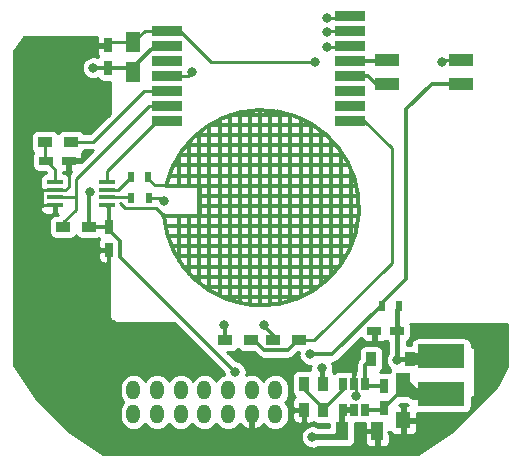
<source format=gtl>
G04 #@! TF.GenerationSoftware,KiCad,Pcbnew,no-vcs-found-e0b9a21~60~ubuntu15.04.1*
G04 #@! TF.CreationDate,2017-10-17T01:04:49+03:00*
G04 #@! TF.ProjectId,livolo_1_channel_1way_eu_switch,6C69766F6C6F5F315F6368616E6E656C,rev?*
G04 #@! TF.SameCoordinates,Original*
G04 #@! TF.FileFunction,Copper,L1,Top,Signal*
G04 #@! TF.FilePolarity,Positive*
%FSLAX46Y46*%
G04 Gerber Fmt 4.6, Leading zero omitted, Abs format (unit mm)*
G04 Created by KiCad (PCBNEW no-vcs-found-e0b9a21~60~ubuntu15.04.1) date Tue Oct 17 01:04:49 2017*
%MOMM*%
%LPD*%
G01*
G04 APERTURE LIST*
%ADD10C,0.300000*%
%ADD11O,1.200000X1.600000*%
%ADD12R,2.000000X1.000000*%
%ADD13R,2.500000X0.812800*%
%ADD14R,4.000000X2.000000*%
%ADD15R,1.200000X2.000000*%
%ADD16R,1.200000X1.400000*%
%ADD17R,0.900000X1.200000*%
%ADD18R,0.650000X1.060000*%
%ADD19R,1.200000X0.750000*%
%ADD20R,0.750000X1.200000*%
%ADD21R,1.200000X0.900000*%
%ADD22R,0.500000X0.900000*%
%ADD23R,1.260000X1.750000*%
%ADD24R,1.000000X1.600000*%
%ADD25R,1.450000X0.450000*%
%ADD26C,0.500000*%
%ADD27C,0.800000*%
%ADD28C,0.250000*%
%ADD29C,0.450000*%
%ADD30C,1.000000*%
%ADD31C,0.500000*%
%ADD32C,0.254000*%
G04 APERTURE END LIST*
D10*
X134230279Y-92792715D02*
G75*
G03X134428298Y-90167186I8241357J698663D01*
G01*
X134380381Y-93650747D02*
X150555474Y-93650747D01*
X150082330Y-95287774D02*
X150082330Y-88905448D01*
X138084694Y-99070550D02*
X138084694Y-85110009D01*
X145800250Y-99649410D02*
X139135522Y-99649410D01*
X137262524Y-91936056D02*
X150727534Y-91936056D01*
X134428044Y-90222715D02*
X150515071Y-90222715D01*
X138941714Y-84669292D02*
X138941714Y-99571710D01*
X137632925Y-98792255D02*
X147285128Y-98792255D01*
X144846584Y-84223479D02*
X139961162Y-84223479D01*
X135513244Y-92798514D02*
X135513244Y-96566518D01*
X134910716Y-95364138D02*
X150025142Y-95364138D01*
X142369789Y-83873725D02*
X142369789Y-100325661D01*
X143226817Y-100290307D02*
X143226817Y-83909120D01*
X146654206Y-99194292D02*
X146654206Y-84981386D01*
X150674579Y-91079085D02*
X137265342Y-91079085D01*
X139798742Y-99925292D02*
X139798742Y-84280257D01*
X150343339Y-94507796D02*
X134574859Y-94507796D01*
X147511290Y-85582363D02*
X147511290Y-98652521D01*
X136370116Y-90214338D02*
X136370116Y-86542842D01*
X149406698Y-87651625D02*
X135524279Y-87651625D01*
X148239705Y-97935171D02*
X136643138Y-97935171D01*
X136142967Y-86794619D02*
X148770391Y-86794619D01*
X138122900Y-85080542D02*
X146790231Y-85080542D01*
X147957071Y-85937549D02*
X136955993Y-85937549D01*
X144940179Y-99936771D02*
X144940179Y-84227486D01*
X149547896Y-96221109D02*
X135334999Y-96221109D01*
X135882987Y-97078157D02*
X149017515Y-97078157D01*
X150679257Y-92793048D02*
X134198202Y-92793048D01*
X150285300Y-89365730D02*
X134693329Y-89365730D01*
X135029288Y-88508688D02*
X149843405Y-88508688D01*
X137227631Y-85729563D02*
X137227631Y-98451840D01*
X144083802Y-84015327D02*
X144083802Y-100166562D01*
X148368303Y-97850812D02*
X148368303Y-86324926D01*
X141512797Y-100290327D02*
X141512797Y-83908800D01*
X140655770Y-84050401D02*
X140655770Y-100113539D01*
X145797122Y-84581031D02*
X145797122Y-99624739D01*
X149225388Y-87349958D02*
X149225388Y-96860892D01*
X135507093Y-87653967D02*
X135507093Y-90196367D01*
X136370116Y-97680513D02*
X136370116Y-92798780D01*
D11*
X143650000Y-107550000D03*
X143650000Y-109550000D03*
X141650000Y-107550000D03*
X141650000Y-109550000D03*
X139650000Y-107550000D03*
X139650000Y-109550000D03*
X137650000Y-107550000D03*
X137650000Y-109550000D03*
X135650000Y-107550000D03*
X135650000Y-109550000D03*
X133650000Y-107550000D03*
X133650000Y-109550000D03*
X131650000Y-107550000D03*
X131650000Y-109550000D03*
D12*
X159400000Y-81600000D03*
X153150000Y-81600000D03*
X159400000Y-79600000D03*
X153150000Y-79600000D03*
D13*
X134500000Y-84710000D03*
X149946000Y-84710000D03*
X134500000Y-83440000D03*
X149946000Y-83440000D03*
X134500000Y-82170000D03*
X149946000Y-82170000D03*
X134500000Y-80900000D03*
X149946000Y-80900000D03*
X134500000Y-79630000D03*
X149946000Y-79630000D03*
X134500000Y-78360000D03*
X149946000Y-78360000D03*
X134500000Y-77090000D03*
X149946000Y-77090000D03*
X149946000Y-75820000D03*
D14*
X157700000Y-104650000D03*
X157700000Y-107900000D03*
D15*
X154500000Y-107100000D03*
D16*
X154500000Y-110100000D03*
D17*
X146100000Y-107000000D03*
X146100000Y-109200000D03*
D18*
X150300000Y-109200000D03*
X151250000Y-109200000D03*
X149350000Y-109200000D03*
X149350000Y-107000000D03*
X150300000Y-107000000D03*
X151250000Y-107000000D03*
D19*
X153950000Y-102500000D03*
X152050000Y-102500000D03*
D20*
X152900000Y-109050000D03*
X152900000Y-107150000D03*
D17*
X155050000Y-104900000D03*
X151750000Y-104900000D03*
X147700000Y-109200000D03*
X147700000Y-107000000D03*
D21*
X139400000Y-103300000D03*
X141600000Y-103300000D03*
X145700000Y-103300000D03*
X143500000Y-103300000D03*
D22*
X152650000Y-100400000D03*
X154150000Y-100400000D03*
D23*
X131600000Y-78075000D03*
X131600000Y-80625000D03*
D20*
X129500000Y-80250000D03*
X129500000Y-78350000D03*
D24*
X152300000Y-111000000D03*
X149300000Y-111000000D03*
D20*
X129600000Y-95650000D03*
X129600000Y-93750000D03*
D19*
X126150000Y-88100000D03*
X124250000Y-88100000D03*
D22*
X131400000Y-89500000D03*
X132900000Y-89500000D03*
X132950000Y-91300000D03*
X131450000Y-91300000D03*
D21*
X127900000Y-93700000D03*
X125700000Y-93700000D03*
X126350000Y-86500000D03*
X124150000Y-86500000D03*
D25*
X125000000Y-91875000D03*
X125000000Y-91225000D03*
X125000000Y-90575000D03*
X125000000Y-89925000D03*
X129400000Y-89925000D03*
X129400000Y-90575000D03*
X129400000Y-91225000D03*
X129400000Y-91875000D03*
D26*
X134516685Y-90184864D03*
X134251520Y-92818837D03*
D27*
X146600000Y-104500000D03*
X140250000Y-106000000D03*
X128000000Y-90750000D03*
X128250000Y-80250000D03*
X150462668Y-108019998D03*
X150750000Y-111000000D03*
X157750000Y-79749996D03*
X146999998Y-79750002D03*
X142250000Y-105000000D03*
X154000000Y-105000000D03*
X147600000Y-105700000D03*
X146800000Y-111500000D03*
X142700050Y-102000000D03*
X139300002Y-102000000D03*
X148000000Y-76000000D03*
X148000000Y-77250000D03*
X148000000Y-78500000D03*
X136576985Y-80576985D03*
X134250000Y-91500000D03*
D10*
X152650000Y-100400000D02*
X152600000Y-100400000D01*
X152600000Y-100400000D02*
X148500000Y-104500000D01*
X148500000Y-104500000D02*
X146600000Y-104500000D01*
X159400000Y-81600000D02*
X156900000Y-81600000D01*
X156900000Y-81600000D02*
X154750000Y-83750000D01*
X154750000Y-83750000D02*
X154750000Y-98100000D01*
X154750000Y-98100000D02*
X152650000Y-100200000D01*
X152650000Y-100200000D02*
X152650000Y-100400000D01*
X130500000Y-96250000D02*
X140250000Y-106000000D01*
X130500000Y-94875000D02*
X130500000Y-96250000D01*
X129600000Y-93975000D02*
X130500000Y-94875000D01*
X129600000Y-93750000D02*
X129600000Y-93975000D01*
X127900000Y-90850000D02*
X128000000Y-90750000D01*
X127900000Y-93700000D02*
X127900000Y-90850000D01*
X129500000Y-80250000D02*
X128250000Y-80250000D01*
X129600000Y-93750000D02*
X129600000Y-92075000D01*
X129600000Y-92075000D02*
X129400000Y-91875000D01*
X127900000Y-93700000D02*
X129550000Y-93700000D01*
X129550000Y-93700000D02*
X129600000Y-93750000D01*
X131600000Y-80625000D02*
X131600000Y-80198598D01*
X131600000Y-80198598D02*
X133438598Y-78360000D01*
X133438598Y-78360000D02*
X134500000Y-78360000D01*
X129500000Y-80250000D02*
X131225000Y-80250000D01*
X131225000Y-80250000D02*
X131600000Y-80625000D01*
D28*
X134500000Y-77090000D02*
X135590000Y-77090000D01*
X135590000Y-77090000D02*
X138250002Y-79750002D01*
X138250002Y-79750002D02*
X146999998Y-79750002D01*
X150462668Y-108019998D02*
X150462668Y-107162668D01*
X150462668Y-107162668D02*
X150300000Y-107000000D01*
X152300000Y-111000000D02*
X150750000Y-111000000D01*
X124025000Y-91875000D02*
X125000000Y-91875000D01*
X125000000Y-90575000D02*
X124025000Y-90575000D01*
X124025000Y-90575000D02*
X123899999Y-90700001D01*
X123899999Y-90700001D02*
X123899999Y-91750001D01*
X123899999Y-91750001D02*
X124025000Y-91875000D01*
X159400000Y-79600000D02*
X157899996Y-79600000D01*
X157899996Y-79600000D02*
X157750000Y-79749996D01*
X126150000Y-88100000D02*
X126150000Y-90350000D01*
X126150000Y-90350000D02*
X125875001Y-90624999D01*
X125875001Y-90624999D02*
X125049999Y-90624999D01*
X125049999Y-90624999D02*
X125000000Y-90575000D01*
X131600000Y-78075000D02*
X129775000Y-78075000D01*
X129775000Y-78075000D02*
X129500000Y-78350000D01*
X134500000Y-77090000D02*
X132585000Y-77090000D01*
X132585000Y-77090000D02*
X131600000Y-78075000D01*
D29*
X154100000Y-104900000D02*
X154000000Y-105000000D01*
X155050000Y-104900000D02*
X154100000Y-104900000D01*
X154000000Y-102650000D02*
X154250000Y-102400000D01*
X154000000Y-105000000D02*
X154000000Y-102650000D01*
X154250000Y-102400000D02*
X154000000Y-102150000D01*
X154000000Y-102150000D02*
X154000000Y-100750000D01*
X147600000Y-105700000D02*
X147600000Y-106900000D01*
X147600000Y-106900000D02*
X147700000Y-107000000D01*
D30*
X155050000Y-104900000D02*
X157450000Y-104900000D01*
D10*
X151250000Y-109200000D02*
X152750000Y-109200000D01*
X152750000Y-109200000D02*
X152900000Y-109050000D01*
D30*
X157700000Y-107900000D02*
X155400000Y-107900000D01*
X155400000Y-107900000D02*
X154600000Y-107100000D01*
D10*
X154600000Y-107100000D02*
X154500000Y-107100000D01*
X152900000Y-109050000D02*
X154500000Y-107450000D01*
X152900000Y-107150000D02*
X151400000Y-107150000D01*
X151400000Y-107150000D02*
X151250000Y-107000000D01*
X151250000Y-107000000D02*
X151250000Y-105400000D01*
X151250000Y-105400000D02*
X151750000Y-104900000D01*
D31*
X146800000Y-111500000D02*
X148800000Y-111500000D01*
X148800000Y-111500000D02*
X149300000Y-111000000D01*
X150300000Y-109200000D02*
X149350000Y-109200000D01*
X149300000Y-111000000D02*
X149300000Y-109250000D01*
X149300000Y-109250000D02*
X149350000Y-109200000D01*
X131650000Y-107550000D02*
X131600000Y-107500000D01*
D10*
X143500000Y-103300000D02*
X143500000Y-102900000D01*
X143500000Y-102900000D02*
X142700050Y-102100050D01*
X142700050Y-102100050D02*
X142700050Y-102000000D01*
X143350000Y-103300000D02*
X143500000Y-103300000D01*
X139400000Y-102099998D02*
X139300002Y-102000000D01*
X139400000Y-103300000D02*
X139400000Y-102099998D01*
X139400000Y-103300000D02*
X139550000Y-103300000D01*
D28*
X125700000Y-93700000D02*
X125700000Y-93300000D01*
X126725000Y-91225000D02*
X125975000Y-91225000D01*
X125700000Y-93300000D02*
X126750000Y-92250000D01*
X126750000Y-92250000D02*
X126750000Y-91250000D01*
X126750000Y-91250000D02*
X126725000Y-91225000D01*
X134500000Y-83440000D02*
X133000000Y-83440000D01*
X133000000Y-83440000D02*
X126750000Y-89690000D01*
X126750000Y-89690000D02*
X126750000Y-91225000D01*
X126750000Y-91225000D02*
X125975000Y-91225000D01*
X125975000Y-91225000D02*
X125000000Y-91225000D01*
D10*
X141833835Y-103300000D02*
X142683836Y-104150001D01*
X144699999Y-104150001D02*
X145550000Y-103300000D01*
X145550000Y-103300000D02*
X145700000Y-103300000D01*
X142683836Y-104150001D02*
X144699999Y-104150001D01*
X141750000Y-103300000D02*
X141833835Y-103300000D01*
D28*
X145700000Y-103300000D02*
X146950000Y-103300000D01*
X146950000Y-103300000D02*
X153500000Y-96750000D01*
X153500000Y-96750000D02*
X153500000Y-87000000D01*
X153500000Y-87000000D02*
X151210000Y-84710000D01*
X151210000Y-84710000D02*
X149946000Y-84710000D01*
D10*
X145800000Y-103400000D02*
X145700000Y-103300000D01*
X149350000Y-107000000D02*
X149350000Y-107550000D01*
X149350000Y-107550000D02*
X147700000Y-109200000D01*
X146100000Y-107000000D02*
X146100000Y-107450000D01*
X146100000Y-107450000D02*
X147700000Y-109050000D01*
X147700000Y-109050000D02*
X147700000Y-109200000D01*
D28*
X148000000Y-76000000D02*
X149766000Y-76000000D01*
X149766000Y-76000000D02*
X149946000Y-75820000D01*
X149946000Y-77090000D02*
X148160000Y-77090000D01*
X148160000Y-77090000D02*
X148000000Y-77250000D01*
X148000000Y-78500000D02*
X149806000Y-78500000D01*
X149806000Y-78500000D02*
X149946000Y-78360000D01*
X134500000Y-80900000D02*
X136253970Y-80900000D01*
X136253970Y-80900000D02*
X136576985Y-80576985D01*
D10*
X149946000Y-79630000D02*
X153120000Y-79630000D01*
X153120000Y-79630000D02*
X153150000Y-79600000D01*
X149946000Y-80900000D02*
X151500000Y-80900000D01*
X151500000Y-80900000D02*
X152200000Y-81600000D01*
D28*
X125000000Y-89925000D02*
X125000000Y-88850000D01*
X125000000Y-88850000D02*
X124250000Y-88100000D01*
X124150000Y-86500000D02*
X124150000Y-88000000D01*
X124150000Y-88000000D02*
X124250000Y-88100000D01*
X129400000Y-90575000D02*
X130325000Y-90575000D01*
X130325000Y-90575000D02*
X131400000Y-89500000D01*
X132900000Y-89500000D02*
X132900000Y-89650000D01*
X132900000Y-89650000D02*
X133434864Y-90184864D01*
X133434864Y-90184864D02*
X134516685Y-90184864D01*
X134251520Y-92818837D02*
X133557684Y-92125001D01*
X133557684Y-92125001D02*
X130899999Y-92125001D01*
X130899999Y-92125001D02*
X130500008Y-91725010D01*
X137250000Y-92750000D02*
X137181163Y-92818837D01*
X137181163Y-92818837D02*
X134251520Y-92818837D01*
X137250000Y-90250000D02*
X137250000Y-92750000D01*
X137184864Y-90184864D02*
X137250000Y-90250000D01*
X134516685Y-90184864D02*
X137184864Y-90184864D01*
X132950000Y-91300000D02*
X134050000Y-91300000D01*
X134050000Y-91300000D02*
X134250000Y-91500000D01*
X131450000Y-91300000D02*
X131375000Y-91225000D01*
X131375000Y-91225000D02*
X129400000Y-91225000D01*
X126350000Y-86500000D02*
X128250000Y-86500000D01*
X128250000Y-86500000D02*
X132580000Y-82170000D01*
X132580000Y-82170000D02*
X134500000Y-82170000D01*
X134500000Y-84710000D02*
X133656400Y-84710000D01*
X133656400Y-84710000D02*
X129400000Y-88966400D01*
X129400000Y-88966400D02*
X129400000Y-89925000D01*
D32*
G36*
X128548000Y-77693170D02*
X128548000Y-78107750D01*
X128692250Y-78252000D01*
X129402000Y-78252000D01*
X129402000Y-78232000D01*
X129598000Y-78232000D01*
X129598000Y-78252000D01*
X129618000Y-78252000D01*
X129618000Y-78448000D01*
X129598000Y-78448000D01*
X129598000Y-78468000D01*
X129402000Y-78468000D01*
X129402000Y-78448000D01*
X128692250Y-78448000D01*
X128548000Y-78592250D01*
X128548000Y-79006830D01*
X128570174Y-79118305D01*
X128613669Y-79223312D01*
X128665312Y-79300601D01*
X128642921Y-79327885D01*
X128630950Y-79350281D01*
X128540305Y-79312177D01*
X128352618Y-79273651D01*
X128161024Y-79272313D01*
X127972818Y-79308216D01*
X127795170Y-79379990D01*
X127634846Y-79484903D01*
X127497953Y-79618958D01*
X127389706Y-79777049D01*
X127314227Y-79953155D01*
X127274391Y-80140568D01*
X127271716Y-80332149D01*
X127306303Y-80520601D01*
X127376836Y-80698745D01*
X127480627Y-80859798D01*
X127613723Y-80997623D01*
X127771055Y-81106971D01*
X127946630Y-81183678D01*
X128133760Y-81224821D01*
X128325317Y-81228834D01*
X128514006Y-81195563D01*
X128631165Y-81150120D01*
X128642921Y-81172115D01*
X128715026Y-81259974D01*
X128802885Y-81332079D01*
X128903124Y-81385657D01*
X129011888Y-81418650D01*
X129125000Y-81429791D01*
X129645819Y-81429791D01*
X129637971Y-84119251D01*
X127959222Y-85798000D01*
X127469556Y-85798000D01*
X127432079Y-85727885D01*
X127359974Y-85640026D01*
X127272115Y-85567921D01*
X127171876Y-85514343D01*
X127063112Y-85481350D01*
X126950000Y-85470209D01*
X125750000Y-85470209D01*
X125636888Y-85481350D01*
X125528124Y-85514343D01*
X125427885Y-85567921D01*
X125340026Y-85640026D01*
X125267921Y-85727885D01*
X125250000Y-85761413D01*
X125232079Y-85727885D01*
X125159974Y-85640026D01*
X125072115Y-85567921D01*
X124971876Y-85514343D01*
X124863112Y-85481350D01*
X124750000Y-85470209D01*
X123550000Y-85470209D01*
X123436888Y-85481350D01*
X123328124Y-85514343D01*
X123227885Y-85567921D01*
X123140026Y-85640026D01*
X123067921Y-85727885D01*
X123014343Y-85828124D01*
X122981350Y-85936888D01*
X122970209Y-86050000D01*
X122970209Y-86950000D01*
X122981350Y-87063112D01*
X123014343Y-87171876D01*
X123067921Y-87272115D01*
X123140026Y-87359974D01*
X123177738Y-87390924D01*
X123167921Y-87402885D01*
X123114343Y-87503124D01*
X123081350Y-87611888D01*
X123070209Y-87725000D01*
X123070209Y-88475000D01*
X123081350Y-88588112D01*
X123114343Y-88696876D01*
X123167921Y-88797115D01*
X123240026Y-88884974D01*
X123327885Y-88957079D01*
X123428124Y-89010657D01*
X123536888Y-89043650D01*
X123650000Y-89054791D01*
X124212013Y-89054791D01*
X124277431Y-89120209D01*
X124275000Y-89120209D01*
X124161888Y-89131350D01*
X124053124Y-89164343D01*
X123952885Y-89217921D01*
X123865026Y-89290026D01*
X123792921Y-89377885D01*
X123739343Y-89478124D01*
X123706350Y-89586888D01*
X123695209Y-89700000D01*
X123695209Y-90150000D01*
X123705565Y-90255140D01*
X123698000Y-90293171D01*
X123698000Y-90332750D01*
X123741889Y-90376639D01*
X123792921Y-90472115D01*
X123865026Y-90559974D01*
X123883335Y-90575000D01*
X123865026Y-90590026D01*
X123792921Y-90677885D01*
X123741889Y-90773361D01*
X123698000Y-90817250D01*
X123698000Y-90856829D01*
X123705565Y-90894860D01*
X123695209Y-91000000D01*
X123695209Y-91450000D01*
X123705565Y-91555140D01*
X123698000Y-91593171D01*
X123698000Y-91632750D01*
X123741889Y-91676639D01*
X123792921Y-91772115D01*
X123865026Y-91859974D01*
X123952885Y-91932079D01*
X124029444Y-91973000D01*
X123842250Y-91973000D01*
X123698000Y-92117250D01*
X123698000Y-92156829D01*
X123720174Y-92268304D01*
X123763669Y-92373312D01*
X123826815Y-92467816D01*
X123907184Y-92548185D01*
X124001688Y-92611331D01*
X124106695Y-92654826D01*
X124218170Y-92677000D01*
X124757750Y-92677000D01*
X124902000Y-92532750D01*
X124902000Y-92029791D01*
X125098000Y-92029791D01*
X125098000Y-92532750D01*
X125235459Y-92670209D01*
X125100000Y-92670209D01*
X124986888Y-92681350D01*
X124878124Y-92714343D01*
X124777885Y-92767921D01*
X124690026Y-92840026D01*
X124617921Y-92927885D01*
X124564343Y-93028124D01*
X124531350Y-93136888D01*
X124520209Y-93250000D01*
X124520209Y-94150000D01*
X124531350Y-94263112D01*
X124564343Y-94371876D01*
X124617921Y-94472115D01*
X124690026Y-94559974D01*
X124777885Y-94632079D01*
X124878124Y-94685657D01*
X124986888Y-94718650D01*
X125100000Y-94729791D01*
X126300000Y-94729791D01*
X126413112Y-94718650D01*
X126521876Y-94685657D01*
X126622115Y-94632079D01*
X126709974Y-94559974D01*
X126782079Y-94472115D01*
X126800000Y-94438587D01*
X126817921Y-94472115D01*
X126890026Y-94559974D01*
X126977885Y-94632079D01*
X127078124Y-94685657D01*
X127186888Y-94718650D01*
X127300000Y-94729791D01*
X128500000Y-94729791D01*
X128613112Y-94718650D01*
X128721876Y-94685657D01*
X128744229Y-94673709D01*
X128765312Y-94699399D01*
X128713669Y-94776688D01*
X128670174Y-94881695D01*
X128648000Y-94993170D01*
X128648000Y-95407750D01*
X128792250Y-95552000D01*
X129502000Y-95552000D01*
X129502000Y-95532000D01*
X129604669Y-95532000D01*
X129588142Y-101195652D01*
X129588717Y-101208100D01*
X129598037Y-101305660D01*
X129602821Y-101330089D01*
X129630992Y-101423957D01*
X129640450Y-101446984D01*
X129686391Y-101533553D01*
X129700159Y-101554292D01*
X129762104Y-101630237D01*
X129779652Y-101647892D01*
X129855221Y-101710295D01*
X129875877Y-101724188D01*
X129962167Y-101770651D01*
X129985135Y-101780248D01*
X130078830Y-101808987D01*
X130103230Y-101813919D01*
X130200732Y-101823829D01*
X130213177Y-101824479D01*
X135061515Y-101839648D01*
X139272161Y-106050294D01*
X139271716Y-106082149D01*
X139298089Y-106225847D01*
X139209088Y-106252042D01*
X139005518Y-106358465D01*
X138826496Y-106502403D01*
X138678841Y-106678371D01*
X138650508Y-106729909D01*
X138630348Y-106691995D01*
X138485165Y-106513983D01*
X138308170Y-106367560D01*
X138106106Y-106258304D01*
X137886669Y-106190377D01*
X137658217Y-106166366D01*
X137429452Y-106187185D01*
X137209088Y-106252042D01*
X137005518Y-106358465D01*
X136826496Y-106502403D01*
X136678841Y-106678371D01*
X136650508Y-106729909D01*
X136630348Y-106691995D01*
X136485165Y-106513983D01*
X136308170Y-106367560D01*
X136106106Y-106258304D01*
X135886669Y-106190377D01*
X135658217Y-106166366D01*
X135429452Y-106187185D01*
X135209088Y-106252042D01*
X135005518Y-106358465D01*
X134826496Y-106502403D01*
X134678841Y-106678371D01*
X134650508Y-106729909D01*
X134630348Y-106691995D01*
X134485165Y-106513983D01*
X134308170Y-106367560D01*
X134106106Y-106258304D01*
X133886669Y-106190377D01*
X133658217Y-106166366D01*
X133429452Y-106187185D01*
X133209088Y-106252042D01*
X133005518Y-106358465D01*
X132826496Y-106502403D01*
X132678841Y-106678371D01*
X132650508Y-106729909D01*
X132630348Y-106691995D01*
X132485165Y-106513983D01*
X132308170Y-106367560D01*
X132106106Y-106258304D01*
X131886669Y-106190377D01*
X131658217Y-106166366D01*
X131429452Y-106187185D01*
X131209088Y-106252042D01*
X131005518Y-106358465D01*
X130826496Y-106502403D01*
X130678841Y-106678371D01*
X130568178Y-106879667D01*
X130498720Y-107098625D01*
X130473115Y-107326904D01*
X130473000Y-107343337D01*
X130473000Y-107756663D01*
X130495416Y-107985277D01*
X130561809Y-108205183D01*
X130669652Y-108408005D01*
X130786001Y-108550663D01*
X130678841Y-108678371D01*
X130568178Y-108879667D01*
X130498720Y-109098625D01*
X130473115Y-109326904D01*
X130473000Y-109343337D01*
X130473000Y-109756663D01*
X130495416Y-109985277D01*
X130561809Y-110205183D01*
X130669652Y-110408005D01*
X130814835Y-110586017D01*
X130991830Y-110732440D01*
X131193894Y-110841696D01*
X131413331Y-110909623D01*
X131641783Y-110933634D01*
X131870548Y-110912815D01*
X132090912Y-110847958D01*
X132294482Y-110741535D01*
X132473504Y-110597597D01*
X132621159Y-110421629D01*
X132649492Y-110370091D01*
X132669652Y-110408005D01*
X132814835Y-110586017D01*
X132991830Y-110732440D01*
X133193894Y-110841696D01*
X133413331Y-110909623D01*
X133641783Y-110933634D01*
X133870548Y-110912815D01*
X134090912Y-110847958D01*
X134294482Y-110741535D01*
X134473504Y-110597597D01*
X134621159Y-110421629D01*
X134649492Y-110370091D01*
X134669652Y-110408005D01*
X134814835Y-110586017D01*
X134991830Y-110732440D01*
X135193894Y-110841696D01*
X135413331Y-110909623D01*
X135641783Y-110933634D01*
X135870548Y-110912815D01*
X136090912Y-110847958D01*
X136294482Y-110741535D01*
X136473504Y-110597597D01*
X136621159Y-110421629D01*
X136649492Y-110370091D01*
X136669652Y-110408005D01*
X136814835Y-110586017D01*
X136991830Y-110732440D01*
X137193894Y-110841696D01*
X137413331Y-110909623D01*
X137641783Y-110933634D01*
X137870548Y-110912815D01*
X138090912Y-110847958D01*
X138294482Y-110741535D01*
X138473504Y-110597597D01*
X138621159Y-110421629D01*
X138649492Y-110370091D01*
X138669652Y-110408005D01*
X138814835Y-110586017D01*
X138991830Y-110732440D01*
X139193894Y-110841696D01*
X139413331Y-110909623D01*
X139641783Y-110933634D01*
X139870548Y-110912815D01*
X140090912Y-110847958D01*
X140294482Y-110741535D01*
X140473504Y-110597597D01*
X140621159Y-110421629D01*
X140650305Y-110368613D01*
X140725806Y-110485390D01*
X140887032Y-110651561D01*
X141077578Y-110783085D01*
X141290122Y-110874909D01*
X141369723Y-110893142D01*
X141552000Y-110778090D01*
X141552000Y-109648000D01*
X141532000Y-109648000D01*
X141532000Y-109452000D01*
X141552000Y-109452000D01*
X141552000Y-109432000D01*
X141748000Y-109432000D01*
X141748000Y-109452000D01*
X141768000Y-109452000D01*
X141768000Y-109648000D01*
X141748000Y-109648000D01*
X141748000Y-110778090D01*
X141930277Y-110893142D01*
X142009878Y-110874909D01*
X142222422Y-110783085D01*
X142412968Y-110651561D01*
X142574194Y-110485390D01*
X142649153Y-110369452D01*
X142669652Y-110408005D01*
X142814835Y-110586017D01*
X142991830Y-110732440D01*
X143193894Y-110841696D01*
X143413331Y-110909623D01*
X143641783Y-110933634D01*
X143870548Y-110912815D01*
X144090912Y-110847958D01*
X144294482Y-110741535D01*
X144473504Y-110597597D01*
X144621159Y-110421629D01*
X144731822Y-110220333D01*
X144801280Y-110001375D01*
X144826885Y-109773096D01*
X144827000Y-109756663D01*
X144827000Y-109442250D01*
X145073000Y-109442250D01*
X145073000Y-109856830D01*
X145095174Y-109968305D01*
X145138669Y-110073312D01*
X145201815Y-110167816D01*
X145282184Y-110248185D01*
X145376688Y-110311331D01*
X145481696Y-110354826D01*
X145593171Y-110377000D01*
X145857750Y-110377000D01*
X146002000Y-110232750D01*
X146002000Y-109298000D01*
X145217250Y-109298000D01*
X145073000Y-109442250D01*
X144827000Y-109442250D01*
X144827000Y-109343337D01*
X144804584Y-109114723D01*
X144738191Y-108894817D01*
X144630348Y-108691995D01*
X144513999Y-108549337D01*
X144621159Y-108421629D01*
X144731822Y-108220333D01*
X144801280Y-108001375D01*
X144826885Y-107773096D01*
X144827000Y-107756663D01*
X144827000Y-107343337D01*
X144804584Y-107114723D01*
X144738191Y-106894817D01*
X144630348Y-106691995D01*
X144485165Y-106513983D01*
X144308170Y-106367560D01*
X144106106Y-106258304D01*
X143886669Y-106190377D01*
X143658217Y-106166366D01*
X143429452Y-106187185D01*
X143209088Y-106252042D01*
X143005518Y-106358465D01*
X142826496Y-106502403D01*
X142678841Y-106678371D01*
X142650508Y-106729909D01*
X142630348Y-106691995D01*
X142485165Y-106513983D01*
X142308170Y-106367560D01*
X142106106Y-106258304D01*
X141886669Y-106190377D01*
X141658217Y-106166366D01*
X141429452Y-106187185D01*
X141209088Y-106252042D01*
X141192736Y-106260591D01*
X141223986Y-106123043D01*
X141227042Y-105904200D01*
X141189826Y-105716250D01*
X141116813Y-105539107D01*
X141010784Y-105379520D01*
X140875776Y-105243566D01*
X140716933Y-105136425D01*
X140540305Y-105062177D01*
X140352618Y-105023651D01*
X140301427Y-105023294D01*
X139607924Y-104329791D01*
X140000000Y-104329791D01*
X140113112Y-104318650D01*
X140221876Y-104285657D01*
X140322115Y-104232079D01*
X140409974Y-104159974D01*
X140482079Y-104072115D01*
X140500000Y-104038587D01*
X140517921Y-104072115D01*
X140590026Y-104159974D01*
X140677885Y-104232079D01*
X140778124Y-104285657D01*
X140886888Y-104318650D01*
X141000000Y-104329791D01*
X141835492Y-104329791D01*
X142169769Y-104664068D01*
X142221649Y-104706682D01*
X142273105Y-104749859D01*
X142276459Y-104751703D01*
X142279409Y-104754126D01*
X142338572Y-104785849D01*
X142397440Y-104818212D01*
X142401081Y-104819367D01*
X142404453Y-104821175D01*
X142468746Y-104840832D01*
X142532684Y-104861114D01*
X142536477Y-104861539D01*
X142540139Y-104862659D01*
X142607030Y-104869453D01*
X142673685Y-104876930D01*
X142681153Y-104876982D01*
X142681298Y-104876997D01*
X142681433Y-104876984D01*
X142683836Y-104877001D01*
X144699999Y-104877001D01*
X144766818Y-104870449D01*
X144833732Y-104864595D01*
X144837405Y-104863528D01*
X144841207Y-104863155D01*
X144905481Y-104843750D01*
X144969983Y-104825010D01*
X144973376Y-104823251D01*
X144977037Y-104822146D01*
X145036391Y-104790587D01*
X145095951Y-104759714D01*
X145098934Y-104757333D01*
X145102315Y-104755535D01*
X145154400Y-104713055D01*
X145206838Y-104671195D01*
X145212162Y-104665946D01*
X145212268Y-104665859D01*
X145212349Y-104665761D01*
X145214066Y-104664068D01*
X145548343Y-104329791D01*
X145637310Y-104329791D01*
X145624391Y-104390568D01*
X145621716Y-104582149D01*
X145656303Y-104770601D01*
X145726836Y-104948745D01*
X145830627Y-105109798D01*
X145963723Y-105247623D01*
X146121055Y-105356971D01*
X146296630Y-105433678D01*
X146483760Y-105474821D01*
X146648261Y-105478267D01*
X146624391Y-105590568D01*
X146621716Y-105782149D01*
X146630150Y-105828103D01*
X146550000Y-105820209D01*
X145650000Y-105820209D01*
X145536888Y-105831350D01*
X145428124Y-105864343D01*
X145327885Y-105917921D01*
X145240026Y-105990026D01*
X145167921Y-106077885D01*
X145114343Y-106178124D01*
X145081350Y-106286888D01*
X145070209Y-106400000D01*
X145070209Y-107600000D01*
X145081350Y-107713112D01*
X145114343Y-107821876D01*
X145167921Y-107922115D01*
X145240026Y-108009974D01*
X145327885Y-108082079D01*
X145360478Y-108099500D01*
X145282184Y-108151815D01*
X145201815Y-108232184D01*
X145138669Y-108326688D01*
X145095174Y-108431695D01*
X145073000Y-108543170D01*
X145073000Y-108957750D01*
X145217250Y-109102000D01*
X146002000Y-109102000D01*
X146002000Y-109082000D01*
X146198000Y-109082000D01*
X146198000Y-109102000D01*
X146218000Y-109102000D01*
X146218000Y-109298000D01*
X146198000Y-109298000D01*
X146198000Y-110232750D01*
X146342250Y-110377000D01*
X146606829Y-110377000D01*
X146718304Y-110354826D01*
X146823312Y-110311331D01*
X146900601Y-110259688D01*
X146927885Y-110282079D01*
X147028124Y-110335657D01*
X147136888Y-110368650D01*
X147250000Y-110379791D01*
X148150000Y-110379791D01*
X148220209Y-110372876D01*
X148220209Y-110673000D01*
X147321158Y-110673000D01*
X147266933Y-110636425D01*
X147090305Y-110562177D01*
X146902618Y-110523651D01*
X146711024Y-110522313D01*
X146522818Y-110558216D01*
X146345170Y-110629990D01*
X146184846Y-110734903D01*
X146047953Y-110868958D01*
X145939706Y-111027049D01*
X145864227Y-111203155D01*
X145824391Y-111390568D01*
X145821716Y-111582149D01*
X145856303Y-111770601D01*
X145926836Y-111948745D01*
X146030627Y-112109798D01*
X146163723Y-112247623D01*
X146321055Y-112356971D01*
X146496630Y-112433678D01*
X146683760Y-112474821D01*
X146875317Y-112478834D01*
X147064006Y-112445563D01*
X147242639Y-112376276D01*
X147320285Y-112327000D01*
X148561928Y-112327000D01*
X148578124Y-112335657D01*
X148686888Y-112368650D01*
X148800000Y-112379791D01*
X149800000Y-112379791D01*
X149913112Y-112368650D01*
X150021876Y-112335657D01*
X150122115Y-112282079D01*
X150209974Y-112209974D01*
X150282079Y-112122115D01*
X150335657Y-112021876D01*
X150368650Y-111913112D01*
X150379791Y-111800000D01*
X150379791Y-111242250D01*
X151223000Y-111242250D01*
X151223000Y-111856829D01*
X151245174Y-111968304D01*
X151288669Y-112073312D01*
X151351815Y-112167816D01*
X151432184Y-112248185D01*
X151526688Y-112311331D01*
X151631695Y-112354826D01*
X151743170Y-112377000D01*
X152057750Y-112377000D01*
X152202000Y-112232750D01*
X152202000Y-111098000D01*
X151367250Y-111098000D01*
X151223000Y-111242250D01*
X150379791Y-111242250D01*
X150379791Y-110309791D01*
X150625000Y-110309791D01*
X150738112Y-110298650D01*
X150775000Y-110287460D01*
X150811888Y-110298650D01*
X150925000Y-110309791D01*
X151223000Y-110309791D01*
X151223000Y-110757750D01*
X151367250Y-110902000D01*
X152202000Y-110902000D01*
X152202000Y-110882000D01*
X152398000Y-110882000D01*
X152398000Y-110902000D01*
X152418000Y-110902000D01*
X152418000Y-111098000D01*
X152398000Y-111098000D01*
X152398000Y-112232750D01*
X152542250Y-112377000D01*
X152856830Y-112377000D01*
X152968305Y-112354826D01*
X153073312Y-112311331D01*
X153167816Y-112248185D01*
X153248185Y-112167816D01*
X153311331Y-112073312D01*
X153354826Y-111968304D01*
X153377000Y-111856829D01*
X153377000Y-111242250D01*
X153232752Y-111098002D01*
X153377000Y-111098002D01*
X153377000Y-111045140D01*
X153388669Y-111073312D01*
X153451815Y-111167816D01*
X153532184Y-111248185D01*
X153626688Y-111311331D01*
X153731696Y-111354826D01*
X153843171Y-111377000D01*
X154257750Y-111377000D01*
X154402000Y-111232750D01*
X154402000Y-110198000D01*
X154598000Y-110198000D01*
X154598000Y-111232750D01*
X154742250Y-111377000D01*
X155156829Y-111377000D01*
X155268304Y-111354826D01*
X155373312Y-111311331D01*
X155467816Y-111248185D01*
X155548185Y-111167816D01*
X155611331Y-111073312D01*
X155654826Y-110968305D01*
X155677000Y-110856830D01*
X155677000Y-110342250D01*
X155532750Y-110198000D01*
X154598000Y-110198000D01*
X154402000Y-110198000D01*
X154382000Y-110198000D01*
X154382000Y-110002000D01*
X154402000Y-110002000D01*
X154402000Y-108967250D01*
X154257750Y-108823000D01*
X154155134Y-108823000D01*
X154298342Y-108679791D01*
X154660648Y-108679791D01*
X154715359Y-108724731D01*
X154791531Y-108788647D01*
X154796491Y-108791374D01*
X154800869Y-108794970D01*
X154853144Y-108823000D01*
X154742250Y-108823000D01*
X154598000Y-108967250D01*
X154598000Y-110002000D01*
X155532750Y-110002000D01*
X155677000Y-109857750D01*
X155677000Y-109477526D01*
X155700000Y-109479791D01*
X159700000Y-109479791D01*
X159813112Y-109468650D01*
X159921876Y-109435657D01*
X160022115Y-109382079D01*
X160109974Y-109309974D01*
X160182079Y-109222115D01*
X160235657Y-109121876D01*
X160268650Y-109013112D01*
X160279791Y-108900000D01*
X160279791Y-108127000D01*
X160400000Y-108127000D01*
X160448601Y-108117333D01*
X160489803Y-108089803D01*
X160517333Y-108048601D01*
X160527000Y-108000000D01*
X160527000Y-104000000D01*
X160517333Y-103951399D01*
X160489803Y-103910197D01*
X160448601Y-103882667D01*
X160400000Y-103873000D01*
X160279791Y-103873000D01*
X160279791Y-103650000D01*
X160268650Y-103536888D01*
X160235657Y-103428124D01*
X160182079Y-103327885D01*
X160109974Y-103240026D01*
X160022115Y-103167921D01*
X159921876Y-103114343D01*
X159813112Y-103081350D01*
X159700000Y-103070209D01*
X155700000Y-103070209D01*
X155586888Y-103081350D01*
X155478124Y-103114343D01*
X155377885Y-103167921D01*
X155290026Y-103240026D01*
X155217921Y-103327885D01*
X155164343Y-103428124D01*
X155131350Y-103536888D01*
X155120209Y-103650000D01*
X155120209Y-103720209D01*
X154802000Y-103720209D01*
X154802000Y-103394556D01*
X154872115Y-103357079D01*
X154959974Y-103284974D01*
X155032079Y-103197115D01*
X155085657Y-103096876D01*
X155118650Y-102988112D01*
X155129791Y-102875000D01*
X155129791Y-102125000D01*
X155118650Y-102011888D01*
X155085657Y-101903124D01*
X155085215Y-101902298D01*
X163272360Y-101927913D01*
X163272360Y-105453035D01*
X162394142Y-107219199D01*
X158501216Y-111115019D01*
X155708721Y-112974320D01*
X129090339Y-112974320D01*
X126299249Y-111115955D01*
X123426533Y-108210301D01*
X121526700Y-105407826D01*
X121526700Y-95892250D01*
X128648000Y-95892250D01*
X128648000Y-96306830D01*
X128670174Y-96418305D01*
X128713669Y-96523312D01*
X128776815Y-96617816D01*
X128857184Y-96698185D01*
X128951688Y-96761331D01*
X129056696Y-96804826D01*
X129168171Y-96827000D01*
X129357750Y-96827000D01*
X129502000Y-96682750D01*
X129502000Y-95748000D01*
X128792250Y-95748000D01*
X128648000Y-95892250D01*
X121526700Y-95892250D01*
X121526700Y-78801004D01*
X122355600Y-77640207D01*
X128564702Y-77609202D01*
X128548000Y-77693170D01*
X128548000Y-77693170D01*
G37*
X128548000Y-77693170D02*
X128548000Y-78107750D01*
X128692250Y-78252000D01*
X129402000Y-78252000D01*
X129402000Y-78232000D01*
X129598000Y-78232000D01*
X129598000Y-78252000D01*
X129618000Y-78252000D01*
X129618000Y-78448000D01*
X129598000Y-78448000D01*
X129598000Y-78468000D01*
X129402000Y-78468000D01*
X129402000Y-78448000D01*
X128692250Y-78448000D01*
X128548000Y-78592250D01*
X128548000Y-79006830D01*
X128570174Y-79118305D01*
X128613669Y-79223312D01*
X128665312Y-79300601D01*
X128642921Y-79327885D01*
X128630950Y-79350281D01*
X128540305Y-79312177D01*
X128352618Y-79273651D01*
X128161024Y-79272313D01*
X127972818Y-79308216D01*
X127795170Y-79379990D01*
X127634846Y-79484903D01*
X127497953Y-79618958D01*
X127389706Y-79777049D01*
X127314227Y-79953155D01*
X127274391Y-80140568D01*
X127271716Y-80332149D01*
X127306303Y-80520601D01*
X127376836Y-80698745D01*
X127480627Y-80859798D01*
X127613723Y-80997623D01*
X127771055Y-81106971D01*
X127946630Y-81183678D01*
X128133760Y-81224821D01*
X128325317Y-81228834D01*
X128514006Y-81195563D01*
X128631165Y-81150120D01*
X128642921Y-81172115D01*
X128715026Y-81259974D01*
X128802885Y-81332079D01*
X128903124Y-81385657D01*
X129011888Y-81418650D01*
X129125000Y-81429791D01*
X129645819Y-81429791D01*
X129637971Y-84119251D01*
X127959222Y-85798000D01*
X127469556Y-85798000D01*
X127432079Y-85727885D01*
X127359974Y-85640026D01*
X127272115Y-85567921D01*
X127171876Y-85514343D01*
X127063112Y-85481350D01*
X126950000Y-85470209D01*
X125750000Y-85470209D01*
X125636888Y-85481350D01*
X125528124Y-85514343D01*
X125427885Y-85567921D01*
X125340026Y-85640026D01*
X125267921Y-85727885D01*
X125250000Y-85761413D01*
X125232079Y-85727885D01*
X125159974Y-85640026D01*
X125072115Y-85567921D01*
X124971876Y-85514343D01*
X124863112Y-85481350D01*
X124750000Y-85470209D01*
X123550000Y-85470209D01*
X123436888Y-85481350D01*
X123328124Y-85514343D01*
X123227885Y-85567921D01*
X123140026Y-85640026D01*
X123067921Y-85727885D01*
X123014343Y-85828124D01*
X122981350Y-85936888D01*
X122970209Y-86050000D01*
X122970209Y-86950000D01*
X122981350Y-87063112D01*
X123014343Y-87171876D01*
X123067921Y-87272115D01*
X123140026Y-87359974D01*
X123177738Y-87390924D01*
X123167921Y-87402885D01*
X123114343Y-87503124D01*
X123081350Y-87611888D01*
X123070209Y-87725000D01*
X123070209Y-88475000D01*
X123081350Y-88588112D01*
X123114343Y-88696876D01*
X123167921Y-88797115D01*
X123240026Y-88884974D01*
X123327885Y-88957079D01*
X123428124Y-89010657D01*
X123536888Y-89043650D01*
X123650000Y-89054791D01*
X124212013Y-89054791D01*
X124277431Y-89120209D01*
X124275000Y-89120209D01*
X124161888Y-89131350D01*
X124053124Y-89164343D01*
X123952885Y-89217921D01*
X123865026Y-89290026D01*
X123792921Y-89377885D01*
X123739343Y-89478124D01*
X123706350Y-89586888D01*
X123695209Y-89700000D01*
X123695209Y-90150000D01*
X123705565Y-90255140D01*
X123698000Y-90293171D01*
X123698000Y-90332750D01*
X123741889Y-90376639D01*
X123792921Y-90472115D01*
X123865026Y-90559974D01*
X123883335Y-90575000D01*
X123865026Y-90590026D01*
X123792921Y-90677885D01*
X123741889Y-90773361D01*
X123698000Y-90817250D01*
X123698000Y-90856829D01*
X123705565Y-90894860D01*
X123695209Y-91000000D01*
X123695209Y-91450000D01*
X123705565Y-91555140D01*
X123698000Y-91593171D01*
X123698000Y-91632750D01*
X123741889Y-91676639D01*
X123792921Y-91772115D01*
X123865026Y-91859974D01*
X123952885Y-91932079D01*
X124029444Y-91973000D01*
X123842250Y-91973000D01*
X123698000Y-92117250D01*
X123698000Y-92156829D01*
X123720174Y-92268304D01*
X123763669Y-92373312D01*
X123826815Y-92467816D01*
X123907184Y-92548185D01*
X124001688Y-92611331D01*
X124106695Y-92654826D01*
X124218170Y-92677000D01*
X124757750Y-92677000D01*
X124902000Y-92532750D01*
X124902000Y-92029791D01*
X125098000Y-92029791D01*
X125098000Y-92532750D01*
X125235459Y-92670209D01*
X125100000Y-92670209D01*
X124986888Y-92681350D01*
X124878124Y-92714343D01*
X124777885Y-92767921D01*
X124690026Y-92840026D01*
X124617921Y-92927885D01*
X124564343Y-93028124D01*
X124531350Y-93136888D01*
X124520209Y-93250000D01*
X124520209Y-94150000D01*
X124531350Y-94263112D01*
X124564343Y-94371876D01*
X124617921Y-94472115D01*
X124690026Y-94559974D01*
X124777885Y-94632079D01*
X124878124Y-94685657D01*
X124986888Y-94718650D01*
X125100000Y-94729791D01*
X126300000Y-94729791D01*
X126413112Y-94718650D01*
X126521876Y-94685657D01*
X126622115Y-94632079D01*
X126709974Y-94559974D01*
X126782079Y-94472115D01*
X126800000Y-94438587D01*
X126817921Y-94472115D01*
X126890026Y-94559974D01*
X126977885Y-94632079D01*
X127078124Y-94685657D01*
X127186888Y-94718650D01*
X127300000Y-94729791D01*
X128500000Y-94729791D01*
X128613112Y-94718650D01*
X128721876Y-94685657D01*
X128744229Y-94673709D01*
X128765312Y-94699399D01*
X128713669Y-94776688D01*
X128670174Y-94881695D01*
X128648000Y-94993170D01*
X128648000Y-95407750D01*
X128792250Y-95552000D01*
X129502000Y-95552000D01*
X129502000Y-95532000D01*
X129604669Y-95532000D01*
X129588142Y-101195652D01*
X129588717Y-101208100D01*
X129598037Y-101305660D01*
X129602821Y-101330089D01*
X129630992Y-101423957D01*
X129640450Y-101446984D01*
X129686391Y-101533553D01*
X129700159Y-101554292D01*
X129762104Y-101630237D01*
X129779652Y-101647892D01*
X129855221Y-101710295D01*
X129875877Y-101724188D01*
X129962167Y-101770651D01*
X129985135Y-101780248D01*
X130078830Y-101808987D01*
X130103230Y-101813919D01*
X130200732Y-101823829D01*
X130213177Y-101824479D01*
X135061515Y-101839648D01*
X139272161Y-106050294D01*
X139271716Y-106082149D01*
X139298089Y-106225847D01*
X139209088Y-106252042D01*
X139005518Y-106358465D01*
X138826496Y-106502403D01*
X138678841Y-106678371D01*
X138650508Y-106729909D01*
X138630348Y-106691995D01*
X138485165Y-106513983D01*
X138308170Y-106367560D01*
X138106106Y-106258304D01*
X137886669Y-106190377D01*
X137658217Y-106166366D01*
X137429452Y-106187185D01*
X137209088Y-106252042D01*
X137005518Y-106358465D01*
X136826496Y-106502403D01*
X136678841Y-106678371D01*
X136650508Y-106729909D01*
X136630348Y-106691995D01*
X136485165Y-106513983D01*
X136308170Y-106367560D01*
X136106106Y-106258304D01*
X135886669Y-106190377D01*
X135658217Y-106166366D01*
X135429452Y-106187185D01*
X135209088Y-106252042D01*
X135005518Y-106358465D01*
X134826496Y-106502403D01*
X134678841Y-106678371D01*
X134650508Y-106729909D01*
X134630348Y-106691995D01*
X134485165Y-106513983D01*
X134308170Y-106367560D01*
X134106106Y-106258304D01*
X133886669Y-106190377D01*
X133658217Y-106166366D01*
X133429452Y-106187185D01*
X133209088Y-106252042D01*
X133005518Y-106358465D01*
X132826496Y-106502403D01*
X132678841Y-106678371D01*
X132650508Y-106729909D01*
X132630348Y-106691995D01*
X132485165Y-106513983D01*
X132308170Y-106367560D01*
X132106106Y-106258304D01*
X131886669Y-106190377D01*
X131658217Y-106166366D01*
X131429452Y-106187185D01*
X131209088Y-106252042D01*
X131005518Y-106358465D01*
X130826496Y-106502403D01*
X130678841Y-106678371D01*
X130568178Y-106879667D01*
X130498720Y-107098625D01*
X130473115Y-107326904D01*
X130473000Y-107343337D01*
X130473000Y-107756663D01*
X130495416Y-107985277D01*
X130561809Y-108205183D01*
X130669652Y-108408005D01*
X130786001Y-108550663D01*
X130678841Y-108678371D01*
X130568178Y-108879667D01*
X130498720Y-109098625D01*
X130473115Y-109326904D01*
X130473000Y-109343337D01*
X130473000Y-109756663D01*
X130495416Y-109985277D01*
X130561809Y-110205183D01*
X130669652Y-110408005D01*
X130814835Y-110586017D01*
X130991830Y-110732440D01*
X131193894Y-110841696D01*
X131413331Y-110909623D01*
X131641783Y-110933634D01*
X131870548Y-110912815D01*
X132090912Y-110847958D01*
X132294482Y-110741535D01*
X132473504Y-110597597D01*
X132621159Y-110421629D01*
X132649492Y-110370091D01*
X132669652Y-110408005D01*
X132814835Y-110586017D01*
X132991830Y-110732440D01*
X133193894Y-110841696D01*
X133413331Y-110909623D01*
X133641783Y-110933634D01*
X133870548Y-110912815D01*
X134090912Y-110847958D01*
X134294482Y-110741535D01*
X134473504Y-110597597D01*
X134621159Y-110421629D01*
X134649492Y-110370091D01*
X134669652Y-110408005D01*
X134814835Y-110586017D01*
X134991830Y-110732440D01*
X135193894Y-110841696D01*
X135413331Y-110909623D01*
X135641783Y-110933634D01*
X135870548Y-110912815D01*
X136090912Y-110847958D01*
X136294482Y-110741535D01*
X136473504Y-110597597D01*
X136621159Y-110421629D01*
X136649492Y-110370091D01*
X136669652Y-110408005D01*
X136814835Y-110586017D01*
X136991830Y-110732440D01*
X137193894Y-110841696D01*
X137413331Y-110909623D01*
X137641783Y-110933634D01*
X137870548Y-110912815D01*
X138090912Y-110847958D01*
X138294482Y-110741535D01*
X138473504Y-110597597D01*
X138621159Y-110421629D01*
X138649492Y-110370091D01*
X138669652Y-110408005D01*
X138814835Y-110586017D01*
X138991830Y-110732440D01*
X139193894Y-110841696D01*
X139413331Y-110909623D01*
X139641783Y-110933634D01*
X139870548Y-110912815D01*
X140090912Y-110847958D01*
X140294482Y-110741535D01*
X140473504Y-110597597D01*
X140621159Y-110421629D01*
X140650305Y-110368613D01*
X140725806Y-110485390D01*
X140887032Y-110651561D01*
X141077578Y-110783085D01*
X141290122Y-110874909D01*
X141369723Y-110893142D01*
X141552000Y-110778090D01*
X141552000Y-109648000D01*
X141532000Y-109648000D01*
X141532000Y-109452000D01*
X141552000Y-109452000D01*
X141552000Y-109432000D01*
X141748000Y-109432000D01*
X141748000Y-109452000D01*
X141768000Y-109452000D01*
X141768000Y-109648000D01*
X141748000Y-109648000D01*
X141748000Y-110778090D01*
X141930277Y-110893142D01*
X142009878Y-110874909D01*
X142222422Y-110783085D01*
X142412968Y-110651561D01*
X142574194Y-110485390D01*
X142649153Y-110369452D01*
X142669652Y-110408005D01*
X142814835Y-110586017D01*
X142991830Y-110732440D01*
X143193894Y-110841696D01*
X143413331Y-110909623D01*
X143641783Y-110933634D01*
X143870548Y-110912815D01*
X144090912Y-110847958D01*
X144294482Y-110741535D01*
X144473504Y-110597597D01*
X144621159Y-110421629D01*
X144731822Y-110220333D01*
X144801280Y-110001375D01*
X144826885Y-109773096D01*
X144827000Y-109756663D01*
X144827000Y-109442250D01*
X145073000Y-109442250D01*
X145073000Y-109856830D01*
X145095174Y-109968305D01*
X145138669Y-110073312D01*
X145201815Y-110167816D01*
X145282184Y-110248185D01*
X145376688Y-110311331D01*
X145481696Y-110354826D01*
X145593171Y-110377000D01*
X145857750Y-110377000D01*
X146002000Y-110232750D01*
X146002000Y-109298000D01*
X145217250Y-109298000D01*
X145073000Y-109442250D01*
X144827000Y-109442250D01*
X144827000Y-109343337D01*
X144804584Y-109114723D01*
X144738191Y-108894817D01*
X144630348Y-108691995D01*
X144513999Y-108549337D01*
X144621159Y-108421629D01*
X144731822Y-108220333D01*
X144801280Y-108001375D01*
X144826885Y-107773096D01*
X144827000Y-107756663D01*
X144827000Y-107343337D01*
X144804584Y-107114723D01*
X144738191Y-106894817D01*
X144630348Y-106691995D01*
X144485165Y-106513983D01*
X144308170Y-106367560D01*
X144106106Y-106258304D01*
X143886669Y-106190377D01*
X143658217Y-106166366D01*
X143429452Y-106187185D01*
X143209088Y-106252042D01*
X143005518Y-106358465D01*
X142826496Y-106502403D01*
X142678841Y-106678371D01*
X142650508Y-106729909D01*
X142630348Y-106691995D01*
X142485165Y-106513983D01*
X142308170Y-106367560D01*
X142106106Y-106258304D01*
X141886669Y-106190377D01*
X141658217Y-106166366D01*
X141429452Y-106187185D01*
X141209088Y-106252042D01*
X141192736Y-106260591D01*
X141223986Y-106123043D01*
X141227042Y-105904200D01*
X141189826Y-105716250D01*
X141116813Y-105539107D01*
X141010784Y-105379520D01*
X140875776Y-105243566D01*
X140716933Y-105136425D01*
X140540305Y-105062177D01*
X140352618Y-105023651D01*
X140301427Y-105023294D01*
X139607924Y-104329791D01*
X140000000Y-104329791D01*
X140113112Y-104318650D01*
X140221876Y-104285657D01*
X140322115Y-104232079D01*
X140409974Y-104159974D01*
X140482079Y-104072115D01*
X140500000Y-104038587D01*
X140517921Y-104072115D01*
X140590026Y-104159974D01*
X140677885Y-104232079D01*
X140778124Y-104285657D01*
X140886888Y-104318650D01*
X141000000Y-104329791D01*
X141835492Y-104329791D01*
X142169769Y-104664068D01*
X142221649Y-104706682D01*
X142273105Y-104749859D01*
X142276459Y-104751703D01*
X142279409Y-104754126D01*
X142338572Y-104785849D01*
X142397440Y-104818212D01*
X142401081Y-104819367D01*
X142404453Y-104821175D01*
X142468746Y-104840832D01*
X142532684Y-104861114D01*
X142536477Y-104861539D01*
X142540139Y-104862659D01*
X142607030Y-104869453D01*
X142673685Y-104876930D01*
X142681153Y-104876982D01*
X142681298Y-104876997D01*
X142681433Y-104876984D01*
X142683836Y-104877001D01*
X144699999Y-104877001D01*
X144766818Y-104870449D01*
X144833732Y-104864595D01*
X144837405Y-104863528D01*
X144841207Y-104863155D01*
X144905481Y-104843750D01*
X144969983Y-104825010D01*
X144973376Y-104823251D01*
X144977037Y-104822146D01*
X145036391Y-104790587D01*
X145095951Y-104759714D01*
X145098934Y-104757333D01*
X145102315Y-104755535D01*
X145154400Y-104713055D01*
X145206838Y-104671195D01*
X145212162Y-104665946D01*
X145212268Y-104665859D01*
X145212349Y-104665761D01*
X145214066Y-104664068D01*
X145548343Y-104329791D01*
X145637310Y-104329791D01*
X145624391Y-104390568D01*
X145621716Y-104582149D01*
X145656303Y-104770601D01*
X145726836Y-104948745D01*
X145830627Y-105109798D01*
X145963723Y-105247623D01*
X146121055Y-105356971D01*
X146296630Y-105433678D01*
X146483760Y-105474821D01*
X146648261Y-105478267D01*
X146624391Y-105590568D01*
X146621716Y-105782149D01*
X146630150Y-105828103D01*
X146550000Y-105820209D01*
X145650000Y-105820209D01*
X145536888Y-105831350D01*
X145428124Y-105864343D01*
X145327885Y-105917921D01*
X145240026Y-105990026D01*
X145167921Y-106077885D01*
X145114343Y-106178124D01*
X145081350Y-106286888D01*
X145070209Y-106400000D01*
X145070209Y-107600000D01*
X145081350Y-107713112D01*
X145114343Y-107821876D01*
X145167921Y-107922115D01*
X145240026Y-108009974D01*
X145327885Y-108082079D01*
X145360478Y-108099500D01*
X145282184Y-108151815D01*
X145201815Y-108232184D01*
X145138669Y-108326688D01*
X145095174Y-108431695D01*
X145073000Y-108543170D01*
X145073000Y-108957750D01*
X145217250Y-109102000D01*
X146002000Y-109102000D01*
X146002000Y-109082000D01*
X146198000Y-109082000D01*
X146198000Y-109102000D01*
X146218000Y-109102000D01*
X146218000Y-109298000D01*
X146198000Y-109298000D01*
X146198000Y-110232750D01*
X146342250Y-110377000D01*
X146606829Y-110377000D01*
X146718304Y-110354826D01*
X146823312Y-110311331D01*
X146900601Y-110259688D01*
X146927885Y-110282079D01*
X147028124Y-110335657D01*
X147136888Y-110368650D01*
X147250000Y-110379791D01*
X148150000Y-110379791D01*
X148220209Y-110372876D01*
X148220209Y-110673000D01*
X147321158Y-110673000D01*
X147266933Y-110636425D01*
X147090305Y-110562177D01*
X146902618Y-110523651D01*
X146711024Y-110522313D01*
X146522818Y-110558216D01*
X146345170Y-110629990D01*
X146184846Y-110734903D01*
X146047953Y-110868958D01*
X145939706Y-111027049D01*
X145864227Y-111203155D01*
X145824391Y-111390568D01*
X145821716Y-111582149D01*
X145856303Y-111770601D01*
X145926836Y-111948745D01*
X146030627Y-112109798D01*
X146163723Y-112247623D01*
X146321055Y-112356971D01*
X146496630Y-112433678D01*
X146683760Y-112474821D01*
X146875317Y-112478834D01*
X147064006Y-112445563D01*
X147242639Y-112376276D01*
X147320285Y-112327000D01*
X148561928Y-112327000D01*
X148578124Y-112335657D01*
X148686888Y-112368650D01*
X148800000Y-112379791D01*
X149800000Y-112379791D01*
X149913112Y-112368650D01*
X150021876Y-112335657D01*
X150122115Y-112282079D01*
X150209974Y-112209974D01*
X150282079Y-112122115D01*
X150335657Y-112021876D01*
X150368650Y-111913112D01*
X150379791Y-111800000D01*
X150379791Y-111242250D01*
X151223000Y-111242250D01*
X151223000Y-111856829D01*
X151245174Y-111968304D01*
X151288669Y-112073312D01*
X151351815Y-112167816D01*
X151432184Y-112248185D01*
X151526688Y-112311331D01*
X151631695Y-112354826D01*
X151743170Y-112377000D01*
X152057750Y-112377000D01*
X152202000Y-112232750D01*
X152202000Y-111098000D01*
X151367250Y-111098000D01*
X151223000Y-111242250D01*
X150379791Y-111242250D01*
X150379791Y-110309791D01*
X150625000Y-110309791D01*
X150738112Y-110298650D01*
X150775000Y-110287460D01*
X150811888Y-110298650D01*
X150925000Y-110309791D01*
X151223000Y-110309791D01*
X151223000Y-110757750D01*
X151367250Y-110902000D01*
X152202000Y-110902000D01*
X152202000Y-110882000D01*
X152398000Y-110882000D01*
X152398000Y-110902000D01*
X152418000Y-110902000D01*
X152418000Y-111098000D01*
X152398000Y-111098000D01*
X152398000Y-112232750D01*
X152542250Y-112377000D01*
X152856830Y-112377000D01*
X152968305Y-112354826D01*
X153073312Y-112311331D01*
X153167816Y-112248185D01*
X153248185Y-112167816D01*
X153311331Y-112073312D01*
X153354826Y-111968304D01*
X153377000Y-111856829D01*
X153377000Y-111242250D01*
X153232752Y-111098002D01*
X153377000Y-111098002D01*
X153377000Y-111045140D01*
X153388669Y-111073312D01*
X153451815Y-111167816D01*
X153532184Y-111248185D01*
X153626688Y-111311331D01*
X153731696Y-111354826D01*
X153843171Y-111377000D01*
X154257750Y-111377000D01*
X154402000Y-111232750D01*
X154402000Y-110198000D01*
X154598000Y-110198000D01*
X154598000Y-111232750D01*
X154742250Y-111377000D01*
X155156829Y-111377000D01*
X155268304Y-111354826D01*
X155373312Y-111311331D01*
X155467816Y-111248185D01*
X155548185Y-111167816D01*
X155611331Y-111073312D01*
X155654826Y-110968305D01*
X155677000Y-110856830D01*
X155677000Y-110342250D01*
X155532750Y-110198000D01*
X154598000Y-110198000D01*
X154402000Y-110198000D01*
X154382000Y-110198000D01*
X154382000Y-110002000D01*
X154402000Y-110002000D01*
X154402000Y-108967250D01*
X154257750Y-108823000D01*
X154155134Y-108823000D01*
X154298342Y-108679791D01*
X154660648Y-108679791D01*
X154715359Y-108724731D01*
X154791531Y-108788647D01*
X154796491Y-108791374D01*
X154800869Y-108794970D01*
X154853144Y-108823000D01*
X154742250Y-108823000D01*
X154598000Y-108967250D01*
X154598000Y-110002000D01*
X155532750Y-110002000D01*
X155677000Y-109857750D01*
X155677000Y-109477526D01*
X155700000Y-109479791D01*
X159700000Y-109479791D01*
X159813112Y-109468650D01*
X159921876Y-109435657D01*
X160022115Y-109382079D01*
X160109974Y-109309974D01*
X160182079Y-109222115D01*
X160235657Y-109121876D01*
X160268650Y-109013112D01*
X160279791Y-108900000D01*
X160279791Y-108127000D01*
X160400000Y-108127000D01*
X160448601Y-108117333D01*
X160489803Y-108089803D01*
X160517333Y-108048601D01*
X160527000Y-108000000D01*
X160527000Y-104000000D01*
X160517333Y-103951399D01*
X160489803Y-103910197D01*
X160448601Y-103882667D01*
X160400000Y-103873000D01*
X160279791Y-103873000D01*
X160279791Y-103650000D01*
X160268650Y-103536888D01*
X160235657Y-103428124D01*
X160182079Y-103327885D01*
X160109974Y-103240026D01*
X160022115Y-103167921D01*
X159921876Y-103114343D01*
X159813112Y-103081350D01*
X159700000Y-103070209D01*
X155700000Y-103070209D01*
X155586888Y-103081350D01*
X155478124Y-103114343D01*
X155377885Y-103167921D01*
X155290026Y-103240026D01*
X155217921Y-103327885D01*
X155164343Y-103428124D01*
X155131350Y-103536888D01*
X155120209Y-103650000D01*
X155120209Y-103720209D01*
X154802000Y-103720209D01*
X154802000Y-103394556D01*
X154872115Y-103357079D01*
X154959974Y-103284974D01*
X155032079Y-103197115D01*
X155085657Y-103096876D01*
X155118650Y-102988112D01*
X155129791Y-102875000D01*
X155129791Y-102125000D01*
X155118650Y-102011888D01*
X155085657Y-101903124D01*
X155085215Y-101902298D01*
X163272360Y-101927913D01*
X163272360Y-105453035D01*
X162394142Y-107219199D01*
X158501216Y-111115019D01*
X155708721Y-112974320D01*
X129090339Y-112974320D01*
X126299249Y-111115955D01*
X123426533Y-108210301D01*
X121526700Y-105407826D01*
X121526700Y-95892250D01*
X128648000Y-95892250D01*
X128648000Y-96306830D01*
X128670174Y-96418305D01*
X128713669Y-96523312D01*
X128776815Y-96617816D01*
X128857184Y-96698185D01*
X128951688Y-96761331D01*
X129056696Y-96804826D01*
X129168171Y-96827000D01*
X129357750Y-96827000D01*
X129502000Y-96682750D01*
X129502000Y-95748000D01*
X128792250Y-95748000D01*
X128648000Y-95892250D01*
X121526700Y-95892250D01*
X121526700Y-78801004D01*
X122355600Y-77640207D01*
X128564702Y-77609202D01*
X128548000Y-77693170D01*
G36*
X150525459Y-108090209D02*
X150398002Y-108090209D01*
X150398002Y-107962752D01*
X150525459Y-108090209D01*
X150525459Y-108090209D01*
G37*
X150525459Y-108090209D02*
X150398002Y-108090209D01*
X150398002Y-107962752D01*
X150525459Y-108090209D01*
G36*
X152148000Y-102402000D02*
X152168000Y-102402000D01*
X152168000Y-102598000D01*
X152148000Y-102598000D01*
X152148000Y-103307750D01*
X152292250Y-103452000D01*
X152706830Y-103452000D01*
X152818305Y-103429826D01*
X152923312Y-103386331D01*
X153000601Y-103334688D01*
X153027885Y-103357079D01*
X153128124Y-103410657D01*
X153198000Y-103431854D01*
X153198000Y-104441913D01*
X153139706Y-104527049D01*
X153064227Y-104703155D01*
X153024391Y-104890568D01*
X153021716Y-105082149D01*
X153056303Y-105270601D01*
X153126836Y-105448745D01*
X153230627Y-105609798D01*
X153363723Y-105747623D01*
X153373000Y-105754071D01*
X153373000Y-105861928D01*
X153364343Y-105878124D01*
X153334628Y-105976082D01*
X153275000Y-105970209D01*
X152536578Y-105970209D01*
X152609974Y-105909974D01*
X152682079Y-105822115D01*
X152735657Y-105721876D01*
X152768650Y-105613112D01*
X152779791Y-105500000D01*
X152779791Y-104300000D01*
X152768650Y-104186888D01*
X152735657Y-104078124D01*
X152682079Y-103977885D01*
X152609974Y-103890026D01*
X152522115Y-103817921D01*
X152421876Y-103764343D01*
X152313112Y-103731350D01*
X152200000Y-103720209D01*
X151300000Y-103720209D01*
X151186888Y-103731350D01*
X151078124Y-103764343D01*
X150977885Y-103817921D01*
X150890026Y-103890026D01*
X150817921Y-103977885D01*
X150764343Y-104078124D01*
X150731350Y-104186888D01*
X150720209Y-104300000D01*
X150720209Y-104905076D01*
X150693319Y-104937813D01*
X150650142Y-104989269D01*
X150648298Y-104992623D01*
X150645875Y-104995573D01*
X150614152Y-105054736D01*
X150581789Y-105113604D01*
X150580634Y-105117245D01*
X150578826Y-105120617D01*
X150559169Y-105184910D01*
X150538887Y-105248848D01*
X150538462Y-105252641D01*
X150537342Y-105256303D01*
X150530548Y-105323194D01*
X150523071Y-105389849D01*
X150523019Y-105397317D01*
X150523004Y-105397462D01*
X150523017Y-105397597D01*
X150523000Y-105400000D01*
X150523000Y-105912250D01*
X150398000Y-106037250D01*
X150398000Y-106231928D01*
X150389343Y-106248124D01*
X150356350Y-106356888D01*
X150345209Y-106470000D01*
X150345209Y-107118000D01*
X150254791Y-107118000D01*
X150254791Y-106470000D01*
X150243650Y-106356888D01*
X150210657Y-106248124D01*
X150202000Y-106231928D01*
X150202000Y-106037250D01*
X150057750Y-105893000D01*
X149918171Y-105893000D01*
X149822996Y-105911932D01*
X149788112Y-105901350D01*
X149675000Y-105890209D01*
X149025000Y-105890209D01*
X148911888Y-105901350D01*
X148803124Y-105934343D01*
X148702885Y-105987921D01*
X148616458Y-106058851D01*
X148559974Y-105990026D01*
X148539808Y-105973476D01*
X148573986Y-105823043D01*
X148577042Y-105604200D01*
X148539826Y-105416250D01*
X148466813Y-105239107D01*
X148458769Y-105227000D01*
X148500000Y-105227000D01*
X148566819Y-105220448D01*
X148633733Y-105214594D01*
X148637406Y-105213527D01*
X148641208Y-105213154D01*
X148705482Y-105193749D01*
X148769984Y-105175009D01*
X148773377Y-105173250D01*
X148777038Y-105172145D01*
X148836392Y-105140586D01*
X148895952Y-105109713D01*
X148898935Y-105107332D01*
X148902316Y-105105534D01*
X148954401Y-105063054D01*
X149006839Y-105021194D01*
X149012163Y-105015945D01*
X149012269Y-105015858D01*
X149012350Y-105015760D01*
X149014067Y-105014067D01*
X150921433Y-103106700D01*
X150938669Y-103148312D01*
X151001815Y-103242816D01*
X151082184Y-103323185D01*
X151176688Y-103386331D01*
X151281695Y-103429826D01*
X151393170Y-103452000D01*
X151807750Y-103452000D01*
X151952000Y-103307750D01*
X151952000Y-102598000D01*
X151932000Y-102598000D01*
X151932000Y-102402000D01*
X151952000Y-102402000D01*
X151952000Y-102382000D01*
X152148000Y-102382000D01*
X152148000Y-102402000D01*
X152148000Y-102402000D01*
G37*
X152148000Y-102402000D02*
X152168000Y-102402000D01*
X152168000Y-102598000D01*
X152148000Y-102598000D01*
X152148000Y-103307750D01*
X152292250Y-103452000D01*
X152706830Y-103452000D01*
X152818305Y-103429826D01*
X152923312Y-103386331D01*
X153000601Y-103334688D01*
X153027885Y-103357079D01*
X153128124Y-103410657D01*
X153198000Y-103431854D01*
X153198000Y-104441913D01*
X153139706Y-104527049D01*
X153064227Y-104703155D01*
X153024391Y-104890568D01*
X153021716Y-105082149D01*
X153056303Y-105270601D01*
X153126836Y-105448745D01*
X153230627Y-105609798D01*
X153363723Y-105747623D01*
X153373000Y-105754071D01*
X153373000Y-105861928D01*
X153364343Y-105878124D01*
X153334628Y-105976082D01*
X153275000Y-105970209D01*
X152536578Y-105970209D01*
X152609974Y-105909974D01*
X152682079Y-105822115D01*
X152735657Y-105721876D01*
X152768650Y-105613112D01*
X152779791Y-105500000D01*
X152779791Y-104300000D01*
X152768650Y-104186888D01*
X152735657Y-104078124D01*
X152682079Y-103977885D01*
X152609974Y-103890026D01*
X152522115Y-103817921D01*
X152421876Y-103764343D01*
X152313112Y-103731350D01*
X152200000Y-103720209D01*
X151300000Y-103720209D01*
X151186888Y-103731350D01*
X151078124Y-103764343D01*
X150977885Y-103817921D01*
X150890026Y-103890026D01*
X150817921Y-103977885D01*
X150764343Y-104078124D01*
X150731350Y-104186888D01*
X150720209Y-104300000D01*
X150720209Y-104905076D01*
X150693319Y-104937813D01*
X150650142Y-104989269D01*
X150648298Y-104992623D01*
X150645875Y-104995573D01*
X150614152Y-105054736D01*
X150581789Y-105113604D01*
X150580634Y-105117245D01*
X150578826Y-105120617D01*
X150559169Y-105184910D01*
X150538887Y-105248848D01*
X150538462Y-105252641D01*
X150537342Y-105256303D01*
X150530548Y-105323194D01*
X150523071Y-105389849D01*
X150523019Y-105397317D01*
X150523004Y-105397462D01*
X150523017Y-105397597D01*
X150523000Y-105400000D01*
X150523000Y-105912250D01*
X150398000Y-106037250D01*
X150398000Y-106231928D01*
X150389343Y-106248124D01*
X150356350Y-106356888D01*
X150345209Y-106470000D01*
X150345209Y-107118000D01*
X150254791Y-107118000D01*
X150254791Y-106470000D01*
X150243650Y-106356888D01*
X150210657Y-106248124D01*
X150202000Y-106231928D01*
X150202000Y-106037250D01*
X150057750Y-105893000D01*
X149918171Y-105893000D01*
X149822996Y-105911932D01*
X149788112Y-105901350D01*
X149675000Y-105890209D01*
X149025000Y-105890209D01*
X148911888Y-105901350D01*
X148803124Y-105934343D01*
X148702885Y-105987921D01*
X148616458Y-106058851D01*
X148559974Y-105990026D01*
X148539808Y-105973476D01*
X148573986Y-105823043D01*
X148577042Y-105604200D01*
X148539826Y-105416250D01*
X148466813Y-105239107D01*
X148458769Y-105227000D01*
X148500000Y-105227000D01*
X148566819Y-105220448D01*
X148633733Y-105214594D01*
X148637406Y-105213527D01*
X148641208Y-105213154D01*
X148705482Y-105193749D01*
X148769984Y-105175009D01*
X148773377Y-105173250D01*
X148777038Y-105172145D01*
X148836392Y-105140586D01*
X148895952Y-105109713D01*
X148898935Y-105107332D01*
X148902316Y-105105534D01*
X148954401Y-105063054D01*
X149006839Y-105021194D01*
X149012163Y-105015945D01*
X149012269Y-105015858D01*
X149012350Y-105015760D01*
X149014067Y-105014067D01*
X150921433Y-103106700D01*
X150938669Y-103148312D01*
X151001815Y-103242816D01*
X151082184Y-103323185D01*
X151176688Y-103386331D01*
X151281695Y-103429826D01*
X151393170Y-103452000D01*
X151807750Y-103452000D01*
X151952000Y-103307750D01*
X151952000Y-102598000D01*
X151932000Y-102598000D01*
X151932000Y-102402000D01*
X151952000Y-102402000D01*
X151952000Y-102382000D01*
X152148000Y-102382000D01*
X152148000Y-102402000D01*
G36*
X127215986Y-88231236D02*
X127182750Y-88198000D01*
X126248000Y-88198000D01*
X126248000Y-88907750D01*
X126392250Y-89052000D01*
X126395222Y-89052000D01*
X126253611Y-89193611D01*
X126212443Y-89243729D01*
X126170770Y-89293393D01*
X126168993Y-89296625D01*
X126166648Y-89299480D01*
X126157198Y-89317105D01*
X126134974Y-89290026D01*
X126047115Y-89217921D01*
X125946876Y-89164343D01*
X125838112Y-89131350D01*
X125725000Y-89120209D01*
X125702000Y-89120209D01*
X125702000Y-89052000D01*
X125907750Y-89052000D01*
X126052000Y-88907750D01*
X126052000Y-88198000D01*
X126032000Y-88198000D01*
X126032000Y-88002000D01*
X126052000Y-88002000D01*
X126052000Y-87982000D01*
X126248000Y-87982000D01*
X126248000Y-88002000D01*
X127182750Y-88002000D01*
X127327000Y-87857750D01*
X127327000Y-87668171D01*
X127304826Y-87556696D01*
X127261331Y-87451688D01*
X127254515Y-87441486D01*
X127272115Y-87432079D01*
X127359974Y-87359974D01*
X127432079Y-87272115D01*
X127469556Y-87202000D01*
X128245222Y-87202000D01*
X127215986Y-88231236D01*
X127215986Y-88231236D01*
G37*
X127215986Y-88231236D02*
X127182750Y-88198000D01*
X126248000Y-88198000D01*
X126248000Y-88907750D01*
X126392250Y-89052000D01*
X126395222Y-89052000D01*
X126253611Y-89193611D01*
X126212443Y-89243729D01*
X126170770Y-89293393D01*
X126168993Y-89296625D01*
X126166648Y-89299480D01*
X126157198Y-89317105D01*
X126134974Y-89290026D01*
X126047115Y-89217921D01*
X125946876Y-89164343D01*
X125838112Y-89131350D01*
X125725000Y-89120209D01*
X125702000Y-89120209D01*
X125702000Y-89052000D01*
X125907750Y-89052000D01*
X126052000Y-88907750D01*
X126052000Y-88198000D01*
X126032000Y-88198000D01*
X126032000Y-88002000D01*
X126052000Y-88002000D01*
X126052000Y-87982000D01*
X126248000Y-87982000D01*
X126248000Y-88002000D01*
X127182750Y-88002000D01*
X127327000Y-87857750D01*
X127327000Y-87668171D01*
X127304826Y-87556696D01*
X127261331Y-87451688D01*
X127254515Y-87441486D01*
X127272115Y-87432079D01*
X127359974Y-87359974D01*
X127432079Y-87272115D01*
X127469556Y-87202000D01*
X128245222Y-87202000D01*
X127215986Y-88231236D01*
M02*

</source>
